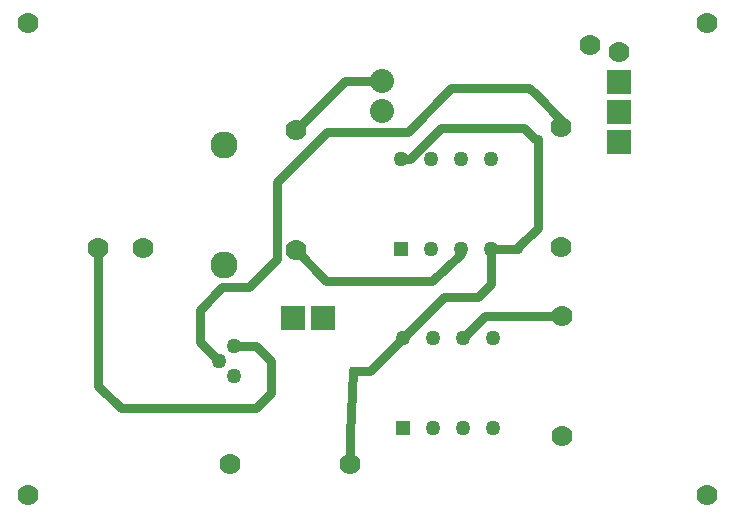
<source format=gbr>
G04 PROTEUS RS274X GERBER FILE*
%FSLAX45Y45*%
%MOMM*%
G01*
%ADD10C,0.762000*%
%ADD11C,0.762000*%
%ADD12R,1.270000X1.270000*%
%ADD13C,1.270000*%
%ADD14C,2.032000*%
%ADD15C,1.778000*%
%ADD16C,2.286000*%
%ADD17R,2.032000X2.032000*%
D10*
X-3325000Y-417000D02*
X-3606500Y-698500D01*
X-3746500Y-698500D01*
X-2579000Y+337000D02*
X-2577978Y+273500D01*
X-2577978Y+37630D01*
X-2686420Y-70812D01*
X-2978812Y-70812D01*
X-3325000Y-417000D01*
X-2579000Y+337000D02*
X-2577978Y+335978D01*
X-2350441Y+335978D01*
X-2350441Y+349418D01*
X-2184692Y+515167D01*
X-2184692Y+1267760D01*
X-2207091Y+1267760D01*
X-2301165Y+1361834D01*
X-3003641Y+1361834D01*
X-3266475Y+1099000D01*
X-3341000Y+1099000D01*
X-2833000Y+337000D02*
X-2833000Y+295550D01*
X-3079790Y+66492D01*
X-3974492Y+66492D01*
X-4230000Y+322000D01*
X-3500000Y+1754000D02*
X-3814000Y+1754000D01*
X-4230000Y+1338000D01*
X-2817000Y-417000D02*
X-2630000Y-230000D01*
X-1981000Y-230000D01*
X-4885000Y-612000D02*
X-5042751Y-454249D01*
X-5042751Y-179188D01*
X-4854604Y+8959D01*
X-4630617Y+8959D01*
X-4393192Y+246384D01*
X-4393192Y+904902D01*
X-3972098Y+1325996D01*
X-3286701Y+1325996D01*
X-2914884Y+1697813D01*
X-2811852Y+1697813D01*
X-2256368Y+1697813D01*
X-2202611Y+1644056D01*
X-1985000Y+1426445D01*
X-1985000Y+1369000D01*
X-4758000Y-485000D02*
X-4572000Y-485000D01*
X-4445000Y-612000D01*
X-4445000Y-889000D01*
X-4572000Y-1016000D01*
X-5715000Y-1016000D01*
X-5904000Y-827000D01*
X-5904000Y+345000D01*
X-3746500Y-698500D02*
X-3770000Y-1230000D01*
X-3770000Y-1485000D01*
D11*
X-3746500Y-698500D03*
D12*
X-3341000Y+337000D03*
D13*
X-3087000Y+337000D03*
X-2833000Y+337000D03*
X-2579000Y+337000D03*
X-2579000Y+1099000D03*
X-2833000Y+1099000D03*
X-3087000Y+1099000D03*
X-3341000Y+1099000D03*
D12*
X-3325000Y-1179000D03*
D13*
X-3071000Y-1179000D03*
X-2817000Y-1179000D03*
X-2563000Y-1179000D03*
X-2563000Y-417000D03*
X-2817000Y-417000D03*
X-3071000Y-417000D03*
X-3325000Y-417000D03*
D14*
X-3500000Y+1500000D03*
X-3500000Y+1754000D03*
D15*
X-4230000Y+1338000D03*
X-4230000Y+322000D03*
X-1981000Y-230000D03*
X-1981000Y-1246000D03*
X-5523000Y+345000D03*
X-5904000Y+345000D03*
D16*
X-4841000Y+1215000D03*
X-4841000Y+199000D03*
D15*
X-3770000Y-1485000D03*
X-4786000Y-1485000D03*
D13*
X-4758000Y-485000D03*
X-4885000Y-612000D03*
X-4758000Y-739000D03*
D15*
X-1985000Y+353000D03*
X-1985000Y+1369000D03*
D17*
X-1500000Y+1750000D03*
X-1500000Y+1496000D03*
X-1500000Y+1242000D03*
D15*
X-750000Y+2250000D03*
X-750000Y-1750000D03*
X-6500000Y-1750000D03*
X-6500000Y+2250000D03*
X-1500000Y+2000000D03*
X-1743185Y+2063580D03*
D17*
X-4000000Y-250000D03*
X-4254000Y-250000D03*
M02*

</source>
